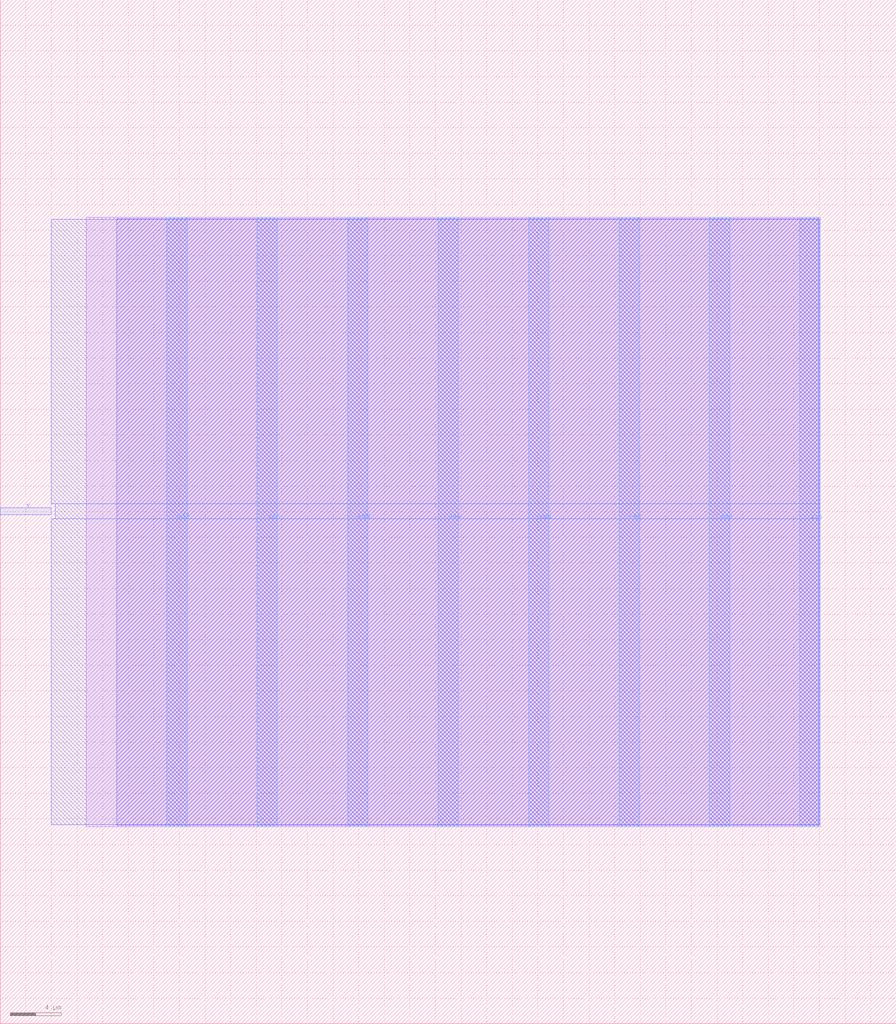
<source format=lef>
VERSION 5.7 ;
  NOWIREEXTENSIONATPIN ON ;
  DIVIDERCHAR "/" ;
  BUSBITCHARS "[]" ;
MACRO ringosc
  CLASS BLOCK ;
  FOREIGN ringosc ;
  ORIGIN 0.000 0.000 ;
  SIZE 70.000 BY 80.000 ;
  PIN Y
    DIRECTION OUTPUT TRISTATE ;
    USE SIGNAL ;
    PORT
      LAYER Metal3 ;
        RECT 0.000 39.760 4.000 40.320 ;
    END
  END Y
  PIN vdd
    DIRECTION INOUT ;
    USE POWER ;
    PORT
      LAYER Metal4 ;
        RECT 12.990 15.380 14.590 63.020 ;
    END
    PORT
      LAYER Metal4 ;
        RECT 27.130 15.380 28.730 63.020 ;
    END
    PORT
      LAYER Metal4 ;
        RECT 41.270 15.380 42.870 63.020 ;
    END
    PORT
      LAYER Metal4 ;
        RECT 55.410 15.380 57.010 63.020 ;
    END
  END vdd
  PIN vss
    DIRECTION INOUT ;
    USE GROUND ;
    PORT
      LAYER Metal4 ;
        RECT 20.060 15.380 21.660 63.020 ;
    END
    PORT
      LAYER Metal4 ;
        RECT 34.200 15.380 35.800 63.020 ;
    END
    PORT
      LAYER Metal4 ;
        RECT 48.340 15.380 49.940 63.020 ;
    END
    PORT
      LAYER Metal4 ;
        RECT 62.480 15.380 64.080 63.020 ;
    END
  END vss
  OBS
      LAYER Metal1 ;
        RECT 6.720 15.380 64.080 63.020 ;
      LAYER Metal2 ;
        RECT 9.100 15.490 63.940 62.910 ;
      LAYER Metal3 ;
        RECT 4.000 40.620 63.990 62.860 ;
        RECT 4.300 39.460 63.990 40.620 ;
        RECT 4.000 15.540 63.990 39.460 ;
  END
END ringosc
END LIBRARY


</source>
